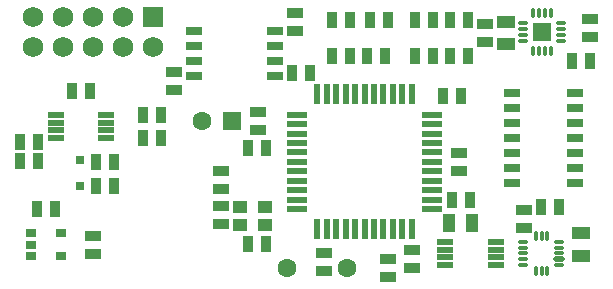
<source format=gts>
%FSLAX34Y34*%
G04 Gerber Fmt 3.4, Leading zero omitted, Abs format*
G04 (created by PCBNEW (2013-11-03 BZR 4430)-product) date Fri 08 Nov 2013 11:28:15 PM CST*
%MOIN*%
G01*
G70*
G90*
G04 APERTURE LIST*
%ADD10C,0.005906*%
%ADD11R,0.024000X0.068000*%
%ADD12R,0.068000X0.024000*%
%ADD13R,0.038000X0.028000*%
%ADD14R,0.033000X0.053000*%
%ADD15R,0.053000X0.033000*%
%ADD16R,0.063000X0.063000*%
%ADD17C,0.063000*%
%ADD18R,0.068000X0.068000*%
%ADD19C,0.068000*%
%ADD20R,0.055900X0.018500*%
%ADD21R,0.043000X0.063000*%
%ADD22R,0.063000X0.043000*%
%ADD23R,0.053000X0.028000*%
%ADD24R,0.031622X0.031622*%
%ADD25R,0.047370X0.043433*%
%ADD26O,0.012643X0.038233*%
%ADD27O,0.038233X0.012643*%
%ADD28R,0.035559X0.035559*%
%ADD29O,0.034296X0.012643*%
%ADD30O,0.039496X0.017843*%
%ADD31O,0.012643X0.034296*%
G04 APERTURE END LIST*
G54D10*
G54D11*
X53149Y-39521D03*
X52834Y-39521D03*
X52519Y-39521D03*
X52204Y-39521D03*
X51889Y-39521D03*
X51574Y-39521D03*
X53464Y-39521D03*
X53779Y-39521D03*
X54094Y-39521D03*
X54409Y-39521D03*
X54724Y-39521D03*
X53149Y-44021D03*
X52834Y-44021D03*
X52519Y-44021D03*
X52204Y-44021D03*
X51889Y-44021D03*
X51574Y-44021D03*
X53464Y-44021D03*
X53779Y-44021D03*
X54094Y-44021D03*
X54409Y-44021D03*
X54724Y-44021D03*
G54D12*
X50899Y-41771D03*
X55399Y-41771D03*
X50899Y-42086D03*
X55399Y-42086D03*
X55399Y-42401D03*
X50899Y-42401D03*
X50899Y-42716D03*
X55399Y-42716D03*
X55399Y-43031D03*
X50899Y-43031D03*
X50899Y-43346D03*
X55399Y-43346D03*
X55399Y-41456D03*
X50899Y-41456D03*
X50899Y-41141D03*
X55399Y-41141D03*
X55399Y-40826D03*
X50899Y-40826D03*
X50899Y-40511D03*
X55399Y-40511D03*
X55399Y-40196D03*
X50899Y-40196D03*
G54D13*
X42019Y-44152D03*
X42019Y-44902D03*
X43019Y-44152D03*
X42019Y-44527D03*
X43019Y-44902D03*
G54D14*
X59620Y-43280D03*
X59020Y-43280D03*
G54D15*
X50846Y-37425D03*
X50846Y-36825D03*
G54D14*
X49880Y-44520D03*
X49280Y-44520D03*
G54D15*
X48350Y-42075D03*
X48350Y-42675D03*
X56299Y-41471D03*
X56299Y-42071D03*
G54D14*
X44000Y-39409D03*
X43400Y-39409D03*
X46362Y-40196D03*
X45762Y-40196D03*
X42819Y-43346D03*
X42219Y-43346D03*
X41650Y-41750D03*
X42250Y-41750D03*
X41650Y-41100D03*
X42250Y-41100D03*
X46362Y-40984D03*
X45762Y-40984D03*
X44788Y-41771D03*
X44188Y-41771D03*
X44188Y-42559D03*
X44788Y-42559D03*
G54D15*
X48350Y-43250D03*
X48350Y-43850D03*
G54D14*
X50743Y-38818D03*
X51343Y-38818D03*
G54D15*
X46811Y-38774D03*
X46811Y-39374D03*
X44094Y-44227D03*
X44094Y-44827D03*
X49586Y-40093D03*
X49586Y-40693D03*
X54724Y-44719D03*
X54724Y-45319D03*
X53937Y-45014D03*
X53937Y-45614D03*
G54D14*
X56599Y-38228D03*
X55999Y-38228D03*
X54818Y-37047D03*
X55418Y-37047D03*
X55999Y-37047D03*
X56599Y-37047D03*
X55418Y-38228D03*
X54818Y-38228D03*
X52662Y-38228D03*
X52062Y-38228D03*
X53843Y-38228D03*
X53243Y-38228D03*
X52062Y-37047D03*
X52662Y-37047D03*
X53341Y-37047D03*
X53941Y-37047D03*
G54D16*
X48728Y-40393D03*
G54D17*
X47728Y-40393D03*
X50574Y-45314D03*
X52574Y-45314D03*
G54D18*
X46094Y-36940D03*
G54D19*
X46094Y-37940D03*
X45094Y-36940D03*
X45094Y-37940D03*
X44094Y-36940D03*
X44094Y-37940D03*
X43094Y-36940D03*
X43094Y-37940D03*
X42094Y-36940D03*
X42094Y-37940D03*
G54D14*
X60075Y-38400D03*
X60675Y-38400D03*
G54D15*
X57165Y-37180D03*
X57165Y-37780D03*
X60675Y-37025D03*
X60675Y-37625D03*
G54D20*
X44546Y-40974D03*
X44546Y-40718D03*
X44546Y-40462D03*
X44546Y-40206D03*
X42854Y-40206D03*
X42854Y-40462D03*
X42854Y-40718D03*
X42854Y-40974D03*
G54D21*
X55975Y-43800D03*
X56725Y-43800D03*
G54D22*
X57874Y-37855D03*
X57874Y-37105D03*
X60350Y-44900D03*
X60350Y-44150D03*
G54D14*
X55762Y-39586D03*
X56362Y-39586D03*
G54D15*
X51791Y-45418D03*
X51791Y-44818D03*
G54D14*
X49266Y-41299D03*
X49866Y-41299D03*
G54D23*
X50157Y-37399D03*
X50157Y-37899D03*
X50157Y-38399D03*
X50157Y-38899D03*
X47480Y-38899D03*
X47480Y-38399D03*
X47480Y-37899D03*
X47480Y-37399D03*
X60155Y-42484D03*
X60155Y-41984D03*
X60155Y-41484D03*
X60155Y-40984D03*
X60155Y-40484D03*
X60155Y-39984D03*
X60155Y-39484D03*
X58055Y-39484D03*
X58055Y-39984D03*
X58055Y-40484D03*
X58055Y-40984D03*
X58055Y-41484D03*
X58055Y-41984D03*
X58055Y-42484D03*
G54D15*
X58460Y-43960D03*
X58460Y-43360D03*
G54D14*
X56680Y-43040D03*
X56080Y-43040D03*
G54D24*
X43650Y-42583D03*
X43650Y-41716D03*
G54D25*
X49848Y-43269D03*
X49001Y-43269D03*
X49001Y-43880D03*
X49848Y-43880D03*
G54D20*
X57538Y-45206D03*
X57538Y-44950D03*
X57538Y-44694D03*
X57538Y-44438D03*
X55846Y-44438D03*
X55846Y-44694D03*
X55846Y-44950D03*
X55846Y-45206D03*
G54D26*
X58956Y-38070D03*
X58759Y-38070D03*
X59153Y-38070D03*
X59350Y-38070D03*
X59350Y-36811D03*
X59153Y-36811D03*
X58759Y-36811D03*
X58956Y-36811D03*
G54D27*
X58425Y-37342D03*
X58425Y-37145D03*
X58425Y-37539D03*
X58425Y-37736D03*
X59685Y-37736D03*
X59685Y-37539D03*
X59685Y-37145D03*
X59685Y-37342D03*
G54D28*
X59192Y-37578D03*
X58917Y-37578D03*
X58917Y-37303D03*
X59192Y-37303D03*
G54D29*
X58443Y-44628D03*
X58443Y-44825D03*
X58439Y-45021D03*
X58443Y-45218D03*
X58443Y-44431D03*
X59620Y-44431D03*
X59620Y-45218D03*
G54D30*
X59616Y-45021D03*
G54D29*
X59620Y-44825D03*
X59620Y-44628D03*
G54D31*
X58853Y-44254D03*
X59050Y-44254D03*
X59246Y-44254D03*
X59246Y-45395D03*
X59050Y-45395D03*
X58853Y-45395D03*
M02*

</source>
